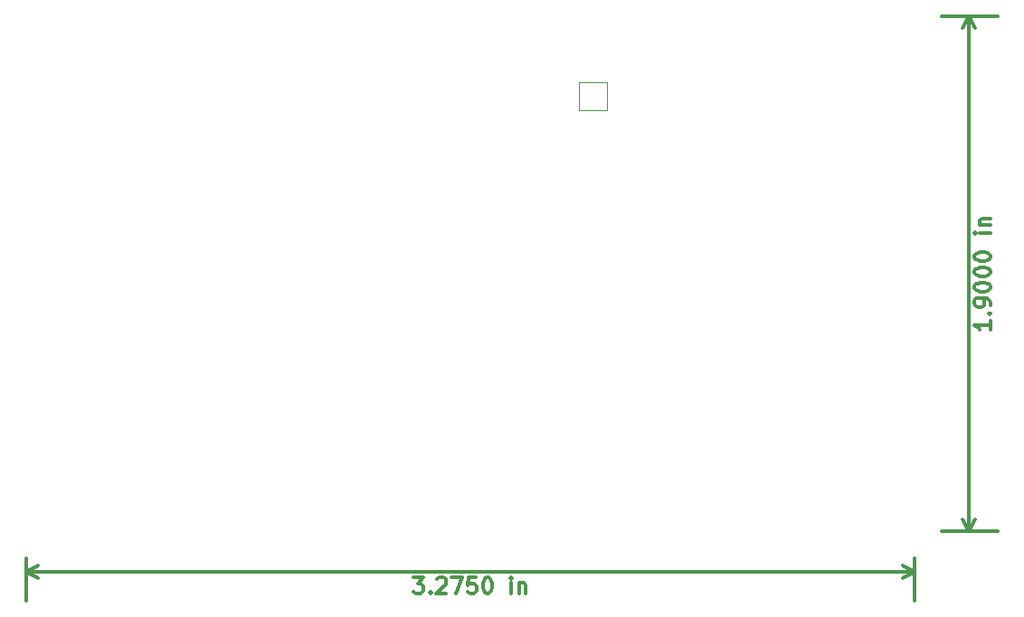
<source format=gbr>
G04 #@! TF.FileFunction,Drawing*
%FSLAX45Y45*%
G04 Gerber Fmt 4.5, Leading zero omitted, Abs format (unit mm)*
G04 Created by KiCad (PCBNEW 4.0.6) date 08/08/17 22:50:04*
%MOMM*%
%LPD*%
G01*
G04 APERTURE LIST*
%ADD10C,0.254000*%
%ADD11C,0.300000*%
%ADD12C,0.050000*%
G04 APERTURE END LIST*
D10*
D11*
X13025107Y-13133857D02*
X13117964Y-13133857D01*
X13067964Y-13191000D01*
X13089393Y-13191000D01*
X13103679Y-13198143D01*
X13110822Y-13205286D01*
X13117964Y-13219571D01*
X13117964Y-13255286D01*
X13110822Y-13269571D01*
X13103679Y-13276714D01*
X13089393Y-13283857D01*
X13046536Y-13283857D01*
X13032250Y-13276714D01*
X13025107Y-13269571D01*
X13182250Y-13269571D02*
X13189393Y-13276714D01*
X13182250Y-13283857D01*
X13175107Y-13276714D01*
X13182250Y-13269571D01*
X13182250Y-13283857D01*
X13246536Y-13148143D02*
X13253679Y-13141000D01*
X13267964Y-13133857D01*
X13303679Y-13133857D01*
X13317964Y-13141000D01*
X13325107Y-13148143D01*
X13332250Y-13162429D01*
X13332250Y-13176714D01*
X13325107Y-13198143D01*
X13239393Y-13283857D01*
X13332250Y-13283857D01*
X13382250Y-13133857D02*
X13482250Y-13133857D01*
X13417964Y-13283857D01*
X13610821Y-13133857D02*
X13539393Y-13133857D01*
X13532250Y-13205286D01*
X13539393Y-13198143D01*
X13553679Y-13191000D01*
X13589393Y-13191000D01*
X13603679Y-13198143D01*
X13610821Y-13205286D01*
X13617964Y-13219571D01*
X13617964Y-13255286D01*
X13610821Y-13269571D01*
X13603679Y-13276714D01*
X13589393Y-13283857D01*
X13553679Y-13283857D01*
X13539393Y-13276714D01*
X13532250Y-13269571D01*
X13710821Y-13133857D02*
X13725107Y-13133857D01*
X13739393Y-13141000D01*
X13746536Y-13148143D01*
X13753679Y-13162429D01*
X13760821Y-13191000D01*
X13760821Y-13226714D01*
X13753679Y-13255286D01*
X13746536Y-13269571D01*
X13739393Y-13276714D01*
X13725107Y-13283857D01*
X13710821Y-13283857D01*
X13696536Y-13276714D01*
X13689393Y-13269571D01*
X13682250Y-13255286D01*
X13675107Y-13226714D01*
X13675107Y-13191000D01*
X13682250Y-13162429D01*
X13689393Y-13148143D01*
X13696536Y-13141000D01*
X13710821Y-13133857D01*
X13939393Y-13283857D02*
X13939393Y-13183857D01*
X13939393Y-13133857D02*
X13932250Y-13141000D01*
X13939393Y-13148143D01*
X13946536Y-13141000D01*
X13939393Y-13133857D01*
X13939393Y-13148143D01*
X14010821Y-13183857D02*
X14010821Y-13283857D01*
X14010821Y-13198143D02*
X14017964Y-13191000D01*
X14032250Y-13183857D01*
X14053678Y-13183857D01*
X14067964Y-13191000D01*
X14075107Y-13205286D01*
X14075107Y-13283857D01*
X9398000Y-13081000D02*
X17716500Y-13081000D01*
X9398000Y-12954000D02*
X9398000Y-13351000D01*
X17716500Y-12954000D02*
X17716500Y-13351000D01*
X17716500Y-13081000D02*
X17603850Y-13139642D01*
X17716500Y-13081000D02*
X17603850Y-13022358D01*
X9398000Y-13081000D02*
X9510650Y-13139642D01*
X9398000Y-13081000D02*
X9510650Y-13022358D01*
X18427357Y-10726286D02*
X18427357Y-10812000D01*
X18427357Y-10769143D02*
X18277357Y-10769143D01*
X18298786Y-10783428D01*
X18313071Y-10797714D01*
X18320214Y-10812000D01*
X18413071Y-10662000D02*
X18420214Y-10654857D01*
X18427357Y-10662000D01*
X18420214Y-10669143D01*
X18413071Y-10662000D01*
X18427357Y-10662000D01*
X18427357Y-10583429D02*
X18427357Y-10554857D01*
X18420214Y-10540571D01*
X18413071Y-10533429D01*
X18391643Y-10519143D01*
X18363071Y-10512000D01*
X18305929Y-10512000D01*
X18291643Y-10519143D01*
X18284500Y-10526286D01*
X18277357Y-10540571D01*
X18277357Y-10569143D01*
X18284500Y-10583429D01*
X18291643Y-10590571D01*
X18305929Y-10597714D01*
X18341643Y-10597714D01*
X18355929Y-10590571D01*
X18363071Y-10583429D01*
X18370214Y-10569143D01*
X18370214Y-10540571D01*
X18363071Y-10526286D01*
X18355929Y-10519143D01*
X18341643Y-10512000D01*
X18277357Y-10419143D02*
X18277357Y-10404857D01*
X18284500Y-10390571D01*
X18291643Y-10383429D01*
X18305929Y-10376286D01*
X18334500Y-10369143D01*
X18370214Y-10369143D01*
X18398786Y-10376286D01*
X18413071Y-10383429D01*
X18420214Y-10390571D01*
X18427357Y-10404857D01*
X18427357Y-10419143D01*
X18420214Y-10433429D01*
X18413071Y-10440571D01*
X18398786Y-10447714D01*
X18370214Y-10454857D01*
X18334500Y-10454857D01*
X18305929Y-10447714D01*
X18291643Y-10440571D01*
X18284500Y-10433429D01*
X18277357Y-10419143D01*
X18277357Y-10276286D02*
X18277357Y-10262000D01*
X18284500Y-10247714D01*
X18291643Y-10240571D01*
X18305929Y-10233429D01*
X18334500Y-10226286D01*
X18370214Y-10226286D01*
X18398786Y-10233429D01*
X18413071Y-10240571D01*
X18420214Y-10247714D01*
X18427357Y-10262000D01*
X18427357Y-10276286D01*
X18420214Y-10290571D01*
X18413071Y-10297714D01*
X18398786Y-10304857D01*
X18370214Y-10312000D01*
X18334500Y-10312000D01*
X18305929Y-10304857D01*
X18291643Y-10297714D01*
X18284500Y-10290571D01*
X18277357Y-10276286D01*
X18277357Y-10133429D02*
X18277357Y-10119143D01*
X18284500Y-10104857D01*
X18291643Y-10097714D01*
X18305929Y-10090571D01*
X18334500Y-10083429D01*
X18370214Y-10083429D01*
X18398786Y-10090571D01*
X18413071Y-10097714D01*
X18420214Y-10104857D01*
X18427357Y-10119143D01*
X18427357Y-10133429D01*
X18420214Y-10147714D01*
X18413071Y-10154857D01*
X18398786Y-10162000D01*
X18370214Y-10169143D01*
X18334500Y-10169143D01*
X18305929Y-10162000D01*
X18291643Y-10154857D01*
X18284500Y-10147714D01*
X18277357Y-10133429D01*
X18427357Y-9904857D02*
X18327357Y-9904857D01*
X18277357Y-9904857D02*
X18284500Y-9912000D01*
X18291643Y-9904857D01*
X18284500Y-9897714D01*
X18277357Y-9904857D01*
X18291643Y-9904857D01*
X18327357Y-9833429D02*
X18427357Y-9833429D01*
X18341643Y-9833429D02*
X18334500Y-9826286D01*
X18327357Y-9812000D01*
X18327357Y-9790572D01*
X18334500Y-9776286D01*
X18348786Y-9769143D01*
X18427357Y-9769143D01*
X18224500Y-12700000D02*
X18224500Y-7874000D01*
X17970500Y-12700000D02*
X18494500Y-12700000D01*
X17970500Y-7874000D02*
X18494500Y-7874000D01*
X18224500Y-7874000D02*
X18283142Y-7986650D01*
X18224500Y-7874000D02*
X18165858Y-7986650D01*
X18224500Y-12700000D02*
X18283142Y-12587350D01*
X18224500Y-12700000D02*
X18165858Y-12587350D01*
D12*
X14576600Y-8753300D02*
X14576600Y-8493300D01*
X14576600Y-8493300D02*
X14836600Y-8493300D01*
X14836600Y-8493300D02*
X14836600Y-8753300D01*
X14836600Y-8753300D02*
X14576600Y-8753300D01*
M02*

</source>
